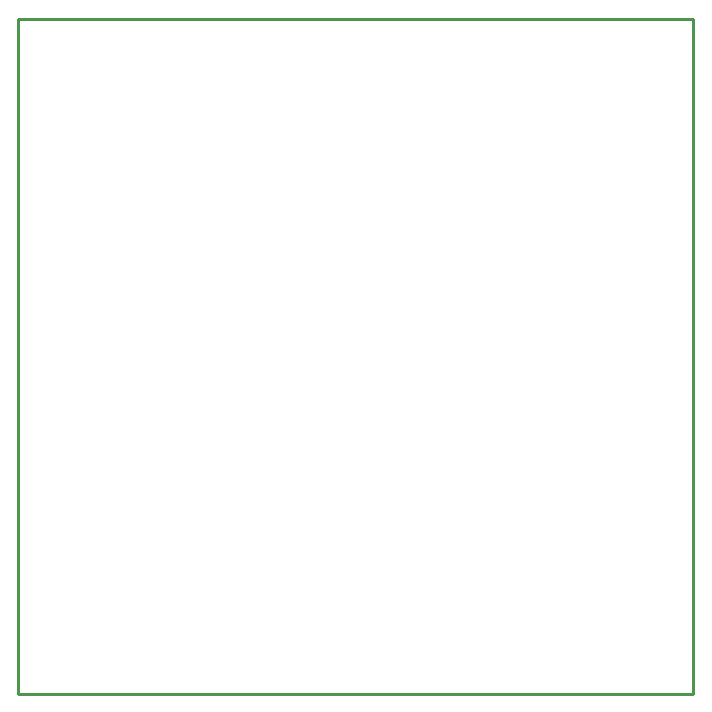
<source format=gko>
G04*
G04 #@! TF.GenerationSoftware,Altium Limited,Altium Designer,21.5.1 (32)*
G04*
G04 Layer_Color=8388736*
%FSLAX25Y25*%
%MOIN*%
G70*
G04*
G04 #@! TF.SameCoordinates,C11210EE-706E-4053-A979-2A702EC27353*
G04*
G04*
G04 #@! TF.FilePolarity,Positive*
G04*
G01*
G75*
%ADD16C,0.01000*%
D16*
X225000Y0D02*
X225000Y0D01*
X450000D01*
Y225000D01*
X450000Y225000D02*
X450000Y225000D01*
X225000Y225000D02*
X450000D01*
X225000Y0D02*
Y225000D01*
M02*

</source>
